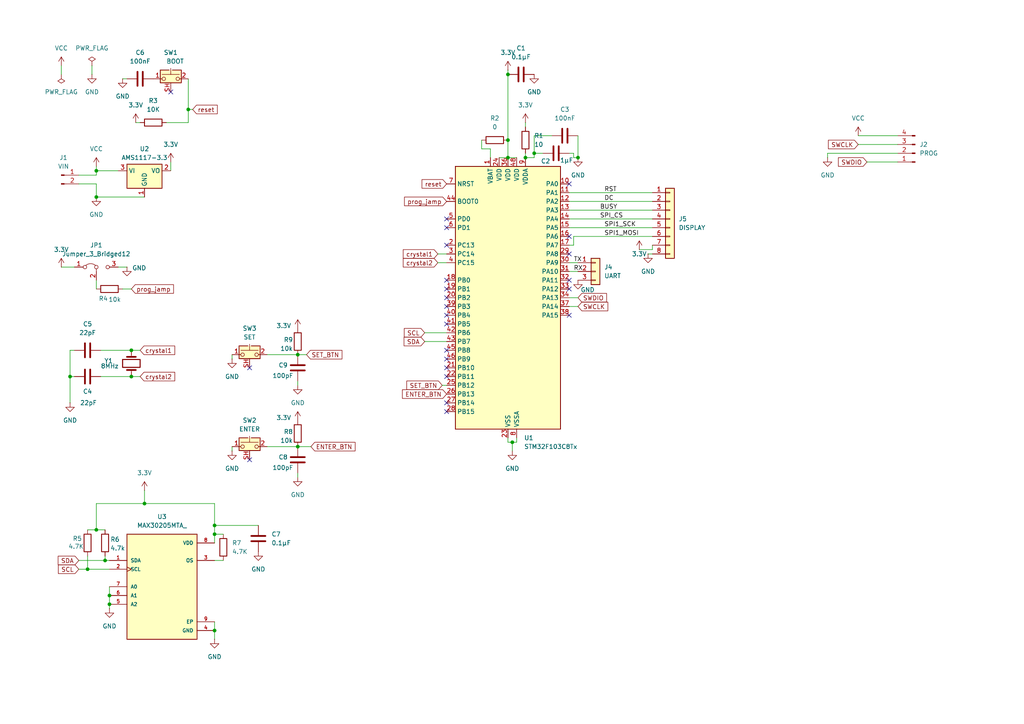
<source format=kicad_sch>
(kicad_sch (version 20250114) (generator "eeschema") (generator_version "9.0")
  (paper "A4")
  (lib_symbols
    (symbol "Conn_01x03_1" (pin_names (offset 1.016) (hide yes))
      (property "Reference" "J" (at 0 5.08 0))
      (property "Value" "Conn_01x03" (at 0 -5.08 0))
      (symbol "Conn_01x03_1_1_1"
        (rectangle (start -1.27 3.81) (end 1.27 -3.81) (stroke (width 0.254)) (fill (type background)))
        (rectangle (start -1.27 2.667) (end 0 2.413) (stroke (width 0.1524)))
        (rectangle (start -1.27 0.127) (end 0 -0.127) (stroke (width 0.1524)))
        (rectangle (start -1.27 -2.413) (end 0 -2.667) (stroke (width 0.1524)))
        (pin passive line (at -5.08 2.54 0) (length 3.81) (name "Pin_1") (number "1"))
        (pin passive line (at -5.08 0 0) (length 3.81) (name "Pin_2") (number "2"))
        (pin passive line (at -5.08 -2.54 0) (length 3.81) (name "Pin_3") (number "3"))
      )
    )
    (symbol "Conn_01x08_1" (pin_names (offset 1.016) (hide yes))
      (property "Reference" "J" (at 0 10.16 0))
      (property "Value" "Conn_01x08" (at 0 -12.7 0))
      (symbol "Conn_01x08_1_1_1"
        (rectangle (start -1.27 8.89) (end 1.27 -11.43) (stroke (width 0.254)) (fill (type background)))
        (rectangle (start -1.27 7.747) (end 0 7.493) (stroke (width 0.1524)))
        (rectangle (start -1.27 5.207) (end 0 4.953) (stroke (width 0.1524)))
        (rectangle (start -1.27 2.667) (end 0 2.413) (stroke (width 0.1524)))
        (rectangle (start -1.27 0.127) (end 0 -0.127) (stroke (width 0.1524)))
        (rectangle (start -1.27 -2.413) (end 0 -2.667) (stroke (width 0.1524)))
        (rectangle (start -1.27 -4.953) (end 0 -5.207) (stroke (width 0.1524)))
        (rectangle (start -1.27 -7.493) (end 0 -7.747) (stroke (width 0.1524)))
        (rectangle (start -1.27 -10.033) (end 0 -10.287) (stroke (width 0.1524)))
        (pin passive line (at -5.08 7.62 0) (length 3.81) (name "Pin_1") (number "1"))
        (pin passive line (at -5.08 5.08 0) (length 3.81) (name "Pin_2") (number "2"))
        (pin passive line (at -5.08 2.54 0) (length 3.81) (name "Pin_3") (number "3"))
        (pin passive line (at -5.08 0 0) (length 3.81) (name "Pin_4") (number "4"))
        (pin passive line (at -5.08 -2.54 0) (length 3.81) (name "Pin_5") (number "5"))
        (pin passive line (at -5.08 -5.08 0) (length 3.81) (name "Pin_6") (number "6"))
        (pin passive line (at -5.08 -7.62 0) (length 3.81) (name "Pin_7") (number "7"))
        (pin passive line (at -5.08 -10.16 0) (length 3.81) (name "Pin_8") (number "8"))
      )
    )
    (symbol "Connector:Conn_01x02_Pin" (pin_names (offset 1.016) (hide yes))
      (property "Reference" "J" (at 0 2.54 0))
      (property "Value" "Conn_01x02_Pin" (at 0 -5.08 0))
      (symbol "Conn_01x02_Pin_1_1"
        (rectangle (start 0.8636 0.127) (end 0 -0.127) (stroke (width 0.1524)) (fill (type outline)))
        (rectangle (start 0.8636 -2.413) (end 0 -2.667) (stroke (width 0.1524)) (fill (type outline)))
        (polyline (pts (xy 1.27 0) (xy 0.8636 0)) (stroke (width 0.1524)))
        (polyline (pts (xy 1.27 -2.54) (xy 0.8636 -2.54)) (stroke (width 0.1524)))
        (pin passive line (at 5.08 0 180) (length 3.81) (name "Pin_1") (number "1"))
        (pin passive line (at 5.08 -2.54 180) (length 3.81) (name "Pin_2") (number "2"))
      )
    )
    (symbol "Connector:Conn_01x04_Pin" (pin_names (offset 1.016) (hide yes))
      (property "Reference" "J" (at 0 5.08 0))
      (property "Value" "Conn_01x04_Pin" (at 0 -7.62 0))
      (symbol "Conn_01x04_Pin_1_1"
        (rectangle (start 0.8636 2.667) (end 0 2.413) (stroke (width 0.1524)) (fill (type outline)))
        (rectangle (start 0.8636 0.127) (end 0 -0.127) (stroke (width 0.1524)) (fill (type outline)))
        (rectangle (start 0.8636 -2.413) (end 0 -2.667) (stroke (width 0.1524)) (fill (type outline)))
        (rectangle (start 0.8636 -4.953) (end 0 -5.207) (stroke (width 0.1524)) (fill (type outline)))
        (polyline (pts (xy 1.27 2.54) (xy 0.8636 2.54)) (stroke (width 0.1524)))
        (polyline (pts (xy 1.27 0) (xy 0.8636 0)) (stroke (width 0.1524)))
        (polyline (pts (xy 1.27 -2.54) (xy 0.8636 -2.54)) (stroke (width 0.1524)))
        (polyline (pts (xy 1.27 -5.08) (xy 0.8636 -5.08)) (stroke (width 0.1524)))
        (pin passive line (at 5.08 2.54 180) (length 3.81) (name "Pin_1") (number "1"))
        (pin passive line (at 5.08 0 180) (length 3.81) (name "Pin_2") (number "2"))
        (pin passive line (at 5.08 -2.54 180) (length 3.81) (name "Pin_3") (number "3"))
        (pin passive line (at 5.08 -5.08 180) (length 3.81) (name "Pin_4") (number "4"))
      )
    )
    (symbol "Device:C" (pin_numbers (hide yes)) (pin_names (offset 0.254))
      (property "Reference" "C" (at 0.635 2.54 0))
      (property "Value" "C" (at 0.635 -2.54 0))
      (symbol "C_0_1"
        (polyline (pts (xy -2.032 0.762) (xy 2.032 0.762)) (stroke (width 0.508)))
        (polyline (pts (xy -2.032 -0.762) (xy 2.032 -0.762)) (stroke (width 0.508)))
      )
      (symbol "C_1_1"
        (pin passive line (at 0 3.81 270) (length 2.794) (name "~") (number "1"))
        (pin passive line (at 0 -3.81 90) (length 2.794) (name "~") (number "2"))
      )
    )
    (symbol "Device:Crystal" (pin_numbers (hide yes)) (pin_names (offset 1.016) (hide yes))
      (property "Reference" "Y" (at 0 3.81 0))
      (property "Value" "Crystal" (at 0 -3.81 0))
      (symbol "Crystal_0_1"
        (polyline (pts (xy -2.54 0) (xy -1.905 0)))
        (polyline (pts (xy -1.905 -1.27) (xy -1.905 1.27)) (stroke (width 0.508)))
        (rectangle (start -1.143 2.54) (end 1.143 -2.54) (stroke (width 0.3048)))
        (polyline (pts (xy 1.905 -1.27) (xy 1.905 1.27)) (stroke (width 0.508)))
        (polyline (pts (xy 2.54 0) (xy 1.905 0)))
      )
      (symbol "Crystal_1_1"
        (pin passive line (at -3.81 0 0) (length 1.27) (name "1") (number "1"))
        (pin passive line (at 3.81 0 180) (length 1.27) (name "2") (number "2"))
      )
    )
    (symbol "Device:R" (pin_numbers (hide yes)) (pin_names (offset 0))
      (property "Reference" "R" (at 2.032 0 90))
      (property "Value" "R" (at 0 0 90))
      (symbol "R_0_1"
        (rectangle (start -1.016 -2.54) (end 1.016 2.54) (stroke (width 0.254)))
      )
      (symbol "R_1_1"
        (pin passive line (at 0 3.81 270) (length 1.27) (name "~") (number "1"))
        (pin passive line (at 0 -3.81 90) (length 1.27) (name "~") (number "2"))
      )
    )
    (symbol "Jumper:Jumper_3_Bridged12" (pin_names (offset 0) (hide yes)) (in_bom no)
      (property "Reference" "JP" (at -2.54 -2.54 0))
      (property "Value" "Jumper_3_Bridged12" (at 0 2.794 0))
      (symbol "Jumper_3_Bridged12_0_0"
        (circle (center -3.302 0) (radius 0.508))
        (circle (center 0 0) (radius 0.508))
        (circle (center 3.302 0) (radius 0.508))
      )
      (symbol "Jumper_3_Bridged12_0_1"
        (arc (start -3.048 0.508) (mid -1.651 0.9912) (end -0.254 0.508))
        (polyline (pts (xy 0 -1.27) (xy 0 -0.508)))
      )
      (symbol "Jumper_3_Bridged12_1_1"
        (pin passive line (at -6.35 0 0) (length 2.54) (name "A") (number "1"))
        (pin passive line (at 0 -3.81 90) (length 2.54) (name "C") (number "2"))
        (pin passive line (at 6.35 0 180) (length 2.54) (name "B") (number "3"))
      )
    )
    (symbol "MAX30205MTA_:MAX30205MTA_" (pin_names (offset 1.016))
      (property "Reference" "U" (at -10.16 16.24 0))
      (property "Value" "MAX30205MTA_" (at -10.16 -19.24 0))
      (symbol "MAX30205MTA__0_0"
        (rectangle (start -10.16 -15.24) (end 10.16 15.24) (stroke (width 0.254)) (fill (type background)))
        (pin bidirectional line (at -15.24 7.62 0) (length 5.08) (name "SDA") (number "1"))
        (pin input clock (at -15.24 5.08 0) (length 5.08) (name "SCL") (number "2"))
        (pin input line (at -15.24 0 0) (length 5.08) (name "A0") (number "7"))
        (pin input line (at -15.24 -2.54 0) (length 5.08) (name "A1") (number "6"))
        (pin input line (at -15.24 -5.08 0) (length 5.08) (name "A2") (number "5"))
        (pin power_in line (at 15.24 12.7 180) (length 5.08) (name "VDD") (number "8"))
        (pin output line (at 15.24 7.62 180) (length 5.08) (name "OS") (number "3"))
        (pin power_in line (at 15.24 -10.16 180) (length 5.08) (name "EP") (number "9"))
        (pin power_in line (at 15.24 -12.7 180) (length 5.08) (name "GND") (number "4"))
      )
    )
    (symbol "MCU_ST_STM32F1:STM32F103C8Tx"
      (property "Reference" "U" (at -15.24 39.37 0))
      (property "Value" "STM32F103C8Tx" (at 7.62 39.37 0))
      (symbol "STM32F103C8Tx_0_1"
        (rectangle (start -15.24 -38.1) (end 15.24 38.1) (stroke (width 0.254)) (fill (type background)))
      )
      (symbol "STM32F103C8Tx_1_1"
        (pin input line (at -17.78 33.02 0) (length 2.54) (name "NRST") (number "7"))
        (pin input line (at -17.78 27.94 0) (length 2.54) (name "BOOT0") (number "44"))
        (pin bidirectional line (at -17.78 22.86 0) (length 2.54) (name "PD0") (number "5"))
        (pin bidirectional line (at -17.78 20.32 0) (length 2.54) (name "PD1") (number "6"))
        (pin bidirectional line (at -17.78 15.24 0) (length 2.54) (name "PC13") (number "2"))
        (pin bidirectional line (at -17.78 12.7 0) (length 2.54) (name "PC14") (number "3"))
        (pin bidirectional line (at -17.78 10.16 0) (length 2.54) (name "PC15") (number "4"))
        (pin bidirectional line (at -17.78 5.08 0) (length 2.54) (name "PB0") (number "18"))
        (pin bidirectional line (at -17.78 2.54 0) (length 2.54) (name "PB1") (number "19"))
        (pin bidirectional line (at -17.78 0 0) (length 2.54) (name "PB2") (number "20"))
        (pin bidirectional line (at -17.78 -2.54 0) (length 2.54) (name "PB3") (number "39"))
        (pin bidirectional line (at -17.78 -5.08 0) (length 2.54) (name "PB4") (number "40"))
        (pin bidirectional line (at -17.78 -7.62 0) (length 2.54) (name "PB5") (number "41"))
        (pin bidirectional line (at -17.78 -10.16 0) (length 2.54) (name "PB6") (number "42"))
        (pin bidirectional line (at -17.78 -12.7 0) (length 2.54) (name "PB7") (number "43"))
        (pin bidirectional line (at -17.78 -15.24 0) (length 2.54) (name "PB8") (number "45"))
        (pin bidirectional line (at -17.78 -17.78 0) (length 2.54) (name "PB9") (number "46"))
        (pin bidirectional line (at -17.78 -20.32 0) (length 2.54) (name "PB10") (number "21"))
        (pin bidirectional line (at -17.78 -22.86 0) (length 2.54) (name "PB11") (number "22"))
        (pin bidirectional line (at -17.78 -25.4 0) (length 2.54) (name "PB12") (number "25"))
        (pin bidirectional line (at -17.78 -27.94 0) (length 2.54) (name "PB13") (number "26"))
        (pin bidirectional line (at -17.78 -30.48 0) (length 2.54) (name "PB14") (number "27"))
        (pin bidirectional line (at -17.78 -33.02 0) (length 2.54) (name "PB15") (number "28"))
        (pin power_in line (at -5.08 40.64 270) (length 2.54) (name "VBAT") (number "1"))
        (pin power_in line (at -2.54 40.64 270) (length 2.54) (name "VDD") (number "24"))
        (pin power_in line (at 0 40.64 270) (length 2.54) (name "VDD") (number "36"))
        (pin power_in line (at 0 -40.64 90) (length 2.54) (name "VSS") (number "23"))
        (pin passive line (at 0 -40.64 90) (length 2.54) (hide yes) (name "VSS") (number "35"))
        (pin passive line (at 0 -40.64 90) (length 2.54) (hide yes) (name "VSS") (number "47"))
        (pin power_in line (at 2.54 40.64 270) (length 2.54) (name "VDD") (number "48"))
        (pin power_in line (at 2.54 -40.64 90) (length 2.54) (name "VSSA") (number "8"))
        (pin power_in line (at 5.08 40.64 270) (length 2.54) (name "VDDA") (number "9"))
        (pin bidirectional line (at 17.78 33.02 180) (length 2.54) (name "PA0") (number "10"))
        (pin bidirectional line (at 17.78 30.48 180) (length 2.54) (name "PA1") (number "11"))
        (pin bidirectional line (at 17.78 27.94 180) (length 2.54) (name "PA2") (number "12"))
        (pin bidirectional line (at 17.78 25.4 180) (length 2.54) (name "PA3") (number "13"))
        (pin bidirectional line (at 17.78 22.86 180) (length 2.54) (name "PA4") (number "14"))
        (pin bidirectional line (at 17.78 20.32 180) (length 2.54) (name "PA5") (number "15"))
        (pin bidirectional line (at 17.78 17.78 180) (length 2.54) (name "PA6") (number "16"))
        (pin bidirectional line (at 17.78 15.24 180) (length 2.54) (name "PA7") (number "17"))
        (pin bidirectional line (at 17.78 12.7 180) (length 2.54) (name "PA8") (number "29"))
        (pin bidirectional line (at 17.78 10.16 180) (length 2.54) (name "PA9") (number "30"))
        (pin bidirectional line (at 17.78 7.62 180) (length 2.54) (name "PA10") (number "31"))
        (pin bidirectional line (at 17.78 5.08 180) (length 2.54) (name "PA11") (number "32"))
        (pin bidirectional line (at 17.78 2.54 180) (length 2.54) (name "PA12") (number "33"))
        (pin bidirectional line (at 17.78 0 180) (length 2.54) (name "PA13") (number "34"))
        (pin bidirectional line (at 17.78 -2.54 180) (length 2.54) (name "PA14") (number "37"))
        (pin bidirectional line (at 17.78 -5.08 180) (length 2.54) (name "PA15") (number "38"))
      )
    )
    (symbol "Regulator_Linear:AMS1117-3.3"
      (property "Reference" "U" (at -3.81 3.175 0))
      (property "Value" "AMS1117-3.3" (at 0 3.175 0))
      (symbol "AMS1117-3.3_0_1"
        (rectangle (start -5.08 -5.08) (end 5.08 1.905) (stroke (width 0.254)) (fill (type background)))
      )
      (symbol "AMS1117-3.3_1_1"
        (pin power_in line (at -7.62 0 0) (length 2.54) (name "VI") (number "3"))
        (pin power_in line (at 0 -7.62 90) (length 2.54) (name "GND") (number "1"))
        (pin power_out line (at 7.62 0 180) (length 2.54) (name "VO") (number "2"))
      )
    )
    (symbol "Switch:CK_KMS2xxGP" (pin_names (offset 1.016) (hide yes))
      (property "Reference" "SW" (at 4.318 2.032 0))
      (property "Value" "CK_KMS2xxGP" (at 0 4.572 0))
      (symbol "CK_KMS2xxGP_0_1"
        (circle (center -2.032 0) (radius 0.508))
        (polyline (pts (xy 0 1.27) (xy 0 3.048)))
        (polyline (pts (xy 0.508 2.54) (xy 3.048 2.54) (xy 3.048 -1.143) (xy -3.048 -1.143) (xy -3.048 2.54) (xy -0.508 2.54)) (stroke (width -0.0254)))
        (polyline (pts (xy 0.508 2.54) (xy 3.048 2.54) (xy 3.048 -1.143) (xy -3.048 -1.143) (xy -3.048 2.54) (xy -0.508 2.54)) (stroke (width 0.254)))
        (circle (center 2.032 0) (radius 0.508))
        (polyline (pts (xy 2.54 1.27) (xy -2.54 1.27)))
        (pin passive line (at -5.08 0 0) (length 2.54) (name "1") (number "1"))
        (pin passive line (at 5.08 0 180) (length 2.54) (name "2") (number "2"))
      )
      (symbol "CK_KMS2xxGP_1_1"
        (rectangle (start -3.048 2.54) (end 3.048 -1.27) (stroke (width -0.0254)) (fill (type background)))
        (pin passive line (at 0 -3.81 90) (length 2.54) (name "B") (number "SH"))
      )
    )
    (symbol "power:GND" (power) (pin_numbers (hide yes)) (pin_names (offset 0) (hide yes))
      (property "Value" "GND" (at 0 -3.81 0))
      (symbol "GND_0_1"
        (polyline (pts (xy 0 0) (xy 0 -1.27) (xy 1.27 -1.27) (xy 0 -2.54) (xy -1.27 -1.27) (xy 0 -1.27)))
      )
      (symbol "GND_1_1"
        (pin power_in line (at 0 0 270) (length 0) (name "~") (number "1"))
      )
    )
    (symbol "power:PWR_FLAG" (power) (pin_numbers (hide yes)) (pin_names (offset 0) (hide yes))
      (property "Value" "PWR_FLAG" (at 0 3.81 0))
      (symbol "PWR_FLAG_0_0"
        (pin power_out line (at 0 0 90) (length 0) (name "~") (number "1"))
      )
      (symbol "PWR_FLAG_0_1"
        (polyline (pts (xy 0 0) (xy 0 1.27) (xy -1.016 1.905) (xy 0 2.54) (xy 1.016 1.905) (xy 0 1.27)))
      )
    )
    (symbol "power:VCC" (power) (pin_numbers (hide yes)) (pin_names (offset 0) (hide yes))
      (property "Value" "VCC" (at 0 3.556 0))
      (symbol "VCC_0_1"
        (polyline (pts (xy -0.762 1.27) (xy 0 2.54)))
        (polyline (pts (xy 0 2.54) (xy 0.762 1.27)))
        (polyline (pts (xy 0 0) (xy 0 2.54)))
      )
      (symbol "VCC_1_1"
        (pin power_in line (at 0 0 90) (length 0) (name "~") (number "1"))
      )
    )
  )
  (junction (at 62.23 152.4))
  (junction (at 20.32 109.22))
  (junction (at 86.36 129.54))
  (junction (at 62.23 182.88))
  (junction (at 147.32 21.59))
  (junction (at 167.64 45.72))
  (junction (at 31.75 175.26))
  (junction (at 27.94 153.67))
  (junction (at 86.36 102.87))
  (junction (at 62.23 154.94))
  (junction (at 148.59 128.27))
  (junction (at 54.61 31.75))
  (junction (at 38.1 101.6))
  (junction (at 38.1 109.22))
  (junction (at 147.32 40.64))
  (junction (at 41.91 146.05))
  (junction (at 31.75 172.72))
  (junction (at 27.94 49.53))
  (junction (at 30.48 162.56))
  (junction (at 27.94 57.15))
  (junction (at 152.4 45.72))
  (junction (at 154.94 44.45))
  (junction (at 25.4 165.1))
  (junction (at 147.32 45.72))
  (no_connect (at 165.1 68.58))
  (no_connect (at 129.54 91.44))
  (no_connect (at 129.54 109.22))
  (no_connect (at 129.54 86.36))
  (no_connect (at 165.1 91.44))
  (no_connect (at 129.54 83.82))
  (no_connect (at 129.54 88.9))
  (no_connect (at 129.54 81.28))
  (no_connect (at 129.54 71.12))
  (no_connect (at 165.1 81.28))
  (no_connect (at 129.54 104.14))
  (no_connect (at 72.39 106.68))
  (no_connect (at 129.54 119.38))
  (no_connect (at 129.54 66.04))
  (no_connect (at 129.54 101.6))
  (no_connect (at 129.54 93.98))
  (no_connect (at 165.1 53.34))
  (no_connect (at 129.54 116.84))
  (no_connect (at 49.53 26.67))
  (no_connect (at 129.54 106.68))
  (no_connect (at 165.1 73.66))
  (no_connect (at 165.1 83.82))
  (no_connect (at 72.39 133.35))
  (no_connect (at 129.54 63.5))
  (wire (pts (xy 49.53 46.99) (xy 49.53 49.53)))
  (wire (pts (xy 62.23 154.94) (xy 64.77 154.94)))
  (wire (pts (xy 165.1 58.42) (xy 189.23 58.42)))
  (wire (pts (xy 62.23 157.48) (xy 62.23 154.94)))
  (wire (pts (xy 144.78 45.72) (xy 147.32 45.72)))
  (wire (pts (xy 147.32 20.32) (xy 147.32 21.59)))
  (wire (pts (xy 248.92 41.91) (xy 260.35 41.91)))
  (wire (pts (xy 147.32 21.59) (xy 147.32 40.64)))
  (wire (pts (xy 123.19 99.06) (xy 129.54 99.06)))
  (wire (pts (xy 187.96 73.66) (xy 189.23 73.66)))
  (wire (pts (xy 31.75 170.18) (xy 31.75 172.72)))
  (wire (pts (xy 55.88 31.75) (xy 54.61 31.75)))
  (wire (pts (xy 41.91 146.05) (xy 27.94 146.05)))
  (wire (pts (xy 54.61 22.86) (xy 54.61 31.75)))
  (wire (pts (xy 54.61 31.75) (xy 54.61 35.56)))
  (wire (pts (xy 165.1 76.2) (xy 167.64 76.2)))
  (wire (pts (xy 62.23 152.4) (xy 74.93 152.4)))
  (wire (pts (xy 165.1 63.5) (xy 189.23 63.5)))
  (wire (pts (xy 167.64 39.37) (xy 167.64 45.72)))
  (wire (pts (xy 38.1 109.22) (xy 40.64 109.22)))
  (wire (pts (xy 77.47 102.87) (xy 86.36 102.87)))
  (wire (pts (xy 29.21 109.22) (xy 38.1 109.22)))
  (wire (pts (xy 167.64 78.74) (xy 165.1 78.74)))
  (wire (pts (xy 17.78 21.59) (xy 17.78 19.05)))
  (wire (pts (xy 27.94 153.67) (xy 30.48 153.67)))
  (wire (pts (xy 31.75 172.72) (xy 31.75 175.26)))
  (wire (pts (xy 147.32 45.72) (xy 149.86 45.72)))
  (wire (pts (xy 38.1 83.82) (xy 35.56 83.82)))
  (wire (pts (xy 166.37 71.12) (xy 165.1 71.12)))
  (wire (pts (xy 86.36 138.43) (xy 86.36 137.16)))
  (wire (pts (xy 77.47 129.54) (xy 86.36 129.54)))
  (wire (pts (xy 166.37 44.45) (xy 165.1 44.45)))
  (wire (pts (xy 40.64 101.6) (xy 38.1 101.6)))
  (wire (pts (xy 25.4 161.29) (xy 25.4 165.1)))
  (wire (pts (xy 152.4 44.45) (xy 152.4 45.72)))
  (wire (pts (xy 30.48 162.56) (xy 31.75 162.56)))
  (wire (pts (xy 41.91 142.24) (xy 41.91 146.05)))
  (wire (pts (xy 22.86 53.34) (xy 27.94 53.34)))
  (wire (pts (xy 25.4 153.67) (xy 27.94 153.67)))
  (wire (pts (xy 48.26 35.56) (xy 54.61 35.56)))
  (wire (pts (xy 62.23 180.34) (xy 62.23 182.88)))
  (wire (pts (xy 27.94 50.8) (xy 22.86 50.8)))
  (wire (pts (xy 166.37 44.45) (xy 166.37 45.72)))
  (wire (pts (xy 142.24 43.18) (xy 139.7 43.18)))
  (wire (pts (xy 127 76.2) (xy 129.54 76.2)))
  (wire (pts (xy 185.42 72.39) (xy 189.23 72.39)))
  (wire (pts (xy 27.94 48.26) (xy 27.94 49.53)))
  (wire (pts (xy 20.32 101.6) (xy 20.32 109.22)))
  (wire (pts (xy 128.27 111.76) (xy 129.54 111.76)))
  (wire (pts (xy 41.91 57.15) (xy 27.94 57.15)))
  (wire (pts (xy 251.46 46.99) (xy 260.35 46.99)))
  (wire (pts (xy 157.48 44.45) (xy 154.94 44.45)))
  (wire (pts (xy 147.32 128.27) (xy 147.32 127)))
  (wire (pts (xy 36.83 77.47) (xy 34.29 77.47)))
  (wire (pts (xy 165.1 55.88) (xy 189.23 55.88)))
  (wire (pts (xy 166.37 68.58) (xy 166.37 71.12)))
  (wire (pts (xy 167.64 86.36) (xy 165.1 86.36)))
  (wire (pts (xy 127 73.66) (xy 129.54 73.66)))
  (wire (pts (xy 160.02 39.37) (xy 154.94 39.37)))
  (wire (pts (xy 17.78 77.47) (xy 21.59 77.47)))
  (wire (pts (xy 20.32 116.84) (xy 20.32 109.22)))
  (wire (pts (xy 86.36 111.76) (xy 86.36 110.49)))
  (wire (pts (xy 22.86 165.1) (xy 25.4 165.1)))
  (wire (pts (xy 139.7 43.18) (xy 139.7 40.64)))
  (wire (pts (xy 123.19 96.52) (xy 129.54 96.52)))
  (wire (pts (xy 27.94 146.05) (xy 27.94 153.67)))
  (wire (pts (xy 149.86 128.27) (xy 149.86 127)))
  (wire (pts (xy 21.59 101.6) (xy 20.32 101.6)))
  (wire (pts (xy 27.94 83.82) (xy 27.94 81.28)))
  (wire (pts (xy 248.92 39.37) (xy 260.35 39.37)))
  (wire (pts (xy 148.59 128.27) (xy 147.32 128.27)))
  (wire (pts (xy 25.4 165.1) (xy 31.75 165.1)))
  (wire (pts (xy 67.31 130.81) (xy 67.31 129.54)))
  (wire (pts (xy 240.03 45.72) (xy 240.03 44.45)))
  (wire (pts (xy 165.1 66.04) (xy 189.23 66.04)))
  (wire (pts (xy 166.37 45.72) (xy 167.64 45.72)))
  (wire (pts (xy 22.86 162.56) (xy 30.48 162.56)))
  (wire (pts (xy 62.23 152.4) (xy 62.23 146.05)))
  (wire (pts (xy 142.24 45.72) (xy 142.24 43.18)))
  (wire (pts (xy 148.59 128.27) (xy 149.86 128.27)))
  (wire (pts (xy 152.4 35.56) (xy 152.4 36.83)))
  (wire (pts (xy 27.94 49.53) (xy 27.94 50.8)))
  (wire (pts (xy 64.77 162.56) (xy 62.23 162.56)))
  (wire (pts (xy 154.94 45.72) (xy 152.4 45.72)))
  (wire (pts (xy 62.23 146.05) (xy 41.91 146.05)))
  (wire (pts (xy 29.21 101.6) (xy 38.1 101.6)))
  (wire (pts (xy 31.75 176.53) (xy 31.75 175.26)))
  (wire (pts (xy 189.23 72.39) (xy 189.23 71.12)))
  (wire (pts (xy 154.94 39.37) (xy 154.94 44.45)))
  (wire (pts (xy 167.64 88.9) (xy 165.1 88.9)))
  (wire (pts (xy 166.37 68.58) (xy 189.23 68.58)))
  (wire (pts (xy 27.94 53.34) (xy 27.94 57.15)))
  (wire (pts (xy 62.23 154.94) (xy 62.23 152.4)))
  (wire (pts (xy 35.56 22.86) (xy 36.83 22.86)))
  (wire (pts (xy 88.9 102.87) (xy 86.36 102.87)))
  (wire (pts (xy 240.03 44.45) (xy 260.35 44.45)))
  (wire (pts (xy 165.1 60.96) (xy 189.23 60.96)))
  (wire (pts (xy 27.94 49.53) (xy 34.29 49.53)))
  (wire (pts (xy 20.32 109.22) (xy 21.59 109.22)))
  (wire (pts (xy 30.48 161.29) (xy 30.48 162.56)))
  (wire (pts (xy 67.31 104.14) (xy 67.31 102.87)))
  (wire (pts (xy 39.37 35.56) (xy 40.64 35.56)))
  (wire (pts (xy 148.59 130.81) (xy 148.59 128.27)))
  (wire (pts (xy 90.17 129.54) (xy 86.36 129.54)))
  (wire (pts (xy 62.23 185.42) (xy 62.23 182.88)))
  (wire (pts (xy 147.32 40.64) (xy 147.32 45.72)))
  (wire (pts (xy 154.94 44.45) (xy 154.94 45.72)))
  (wire (pts (xy 26.67 21.59) (xy 26.67 19.05)))
  (label "TX" (at 166.37 76.2 0))
  (label "DC" (at 175.26 58.42 0))
  (label "RX" (at 166.37 78.74 0))
  (label "SPI1_SCK" (at 175.26 66.04 0))
  (label "BUSY" (at 173.99 60.96 0))
  (label "SPI_CS" (at 173.99 63.5 0))
  (label "SPI1_MOSI" (at 175.26 68.58 0))
  (label "RST" (at 175.26 55.88 0))
  (global_label "SDA" (shape input) (at 123.19 99.06 180) (property "Intersheetrefs" "${INTERSHEET_REFS}" (effects (hide yes))))
  (global_label "reset" (shape input) (at 55.88 31.75 0) (property "Intersheetrefs" "${INTERSHEET_REFS}" (effects (hide yes))))
  (global_label "SCL" (shape input) (at 123.19 96.52 180) (property "Intersheetrefs" "${INTERSHEET_REFS}" (effects (hide yes))))
  (global_label "reset" (shape input) (at 129.54 53.34 180) (property "Intersheetrefs" "${INTERSHEET_REFS}" (effects (hide yes))))
  (global_label "ENTER_BTN" (shape input) (at 129.54 114.3 180) (property "Intersheetrefs" "${INTERSHEET_REFS}" (effects (hide yes))))
  (global_label "SWDIO" (shape input) (at 167.64 86.36 0) (property "Intersheetrefs" "${INTERSHEET_REFS}" (effects (hide yes))))
  (global_label "SWCLK" (shape input) (at 167.64 88.9 0) (property "Intersheetrefs" "${INTERSHEET_REFS}" (effects (hide yes))))
  (global_label "SWCLK" (shape input) (at 248.92 41.91 180) (property "Intersheetrefs" "${INTERSHEET_REFS}" (effects (hide yes))))
  (global_label "prog_jamp" (shape input) (at 38.1 83.82 0) (property "Intersheetrefs" "${INTERSHEET_REFS}" (effects (hide yes))))
  (global_label "crystal2" (shape input) (at 127 76.2 180) (property "Intersheetrefs" "${INTERSHEET_REFS}" (effects (hide yes))))
  (global_label "prog_jamp" (shape input) (at 129.54 58.42 180) (property "Intersheetrefs" "${INTERSHEET_REFS}" (effects (hide yes))))
  (global_label "ENTER_BTN" (shape input) (at 90.17 129.54 0) (property "Intersheetrefs" "${INTERSHEET_REFS}" (effects (hide yes))))
  (global_label "crystal1" (shape input) (at 127 73.66 180) (property "Intersheetrefs" "${INTERSHEET_REFS}" (effects (hide yes))))
  (global_label "SET_BTN" (shape input) (at 88.9 102.87 0) (property "Intersheetrefs" "${INTERSHEET_REFS}" (effects (hide yes))))
  (global_label "SDA" (shape input) (at 22.86 162.56 180) (property "Intersheetrefs" "${INTERSHEET_REFS}" (effects (hide yes))))
  (global_label "SET_BTN" (shape input) (at 128.27 111.76 180) (property "Intersheetrefs" "${INTERSHEET_REFS}" (effects (hide yes))))
  (global_label "SWDIO" (shape input) (at 251.46 46.99 180) (property "Intersheetrefs" "${INTERSHEET_REFS}" (effects (hide yes))))
  (global_label "SCL" (shape input) (at 22.86 165.1 180) (property "Intersheetrefs" "${INTERSHEET_REFS}" (effects (hide yes))))
  (global_label "crystal1" (shape input) (at 40.64 101.6 0) (property "Intersheetrefs" "${INTERSHEET_REFS}" (effects (hide yes))))
  (global_label "crystal2" (shape input) (at 40.64 109.22 0) (property "Intersheetrefs" "${INTERSHEET_REFS}" (effects (hide yes))))
  (symbol (lib_id "Device:Crystal") (at 38.1 105.41 270) (unit 1)
    (property "Reference" "Y1" (at 30.226 104.648 90) (effects (justify left)))
    (property "Value" "8MHz" (at 29.21 106.172 90) (effects (justify left)))
    (property "Footprint" "Crystal:Crystal_DS10_D1.0mm_L4.3mm_Vertical" (effects (hide yes)))
    (property "Description" "Two pin crystal" (effects (hide yes)))
  )
  (symbol (lib_id "power:GND") (at 187.96 73.66 0) (unit 1)
    (property "Reference" "#PWR019" (effects (hide yes)))
    (property "Value" "GND" (at 187.96 78.74 0))
    (property "Description" "Power symbol creates a global label with name \"GND\" , ground" (effects (hide yes)))
  )
  (symbol (lib_id "power:GND") (at 86.36 138.43 0) (unit 1)
    (property "Reference" "#PWR031" (effects (hide yes)))
    (property "Value" "GND" (at 86.36 143.51 0))
    (property "Description" "Power symbol creates a global label with name \"GND\" , ground" (effects (hide yes)))
  )
  (symbol (lib_id "Device:C") (at 86.36 133.35 0) (unit 1)
    (property "Reference" "C8" (at 80.772 132.588 0) (effects (justify left)))
    (property "Value" "100pF" (at 78.994 135.636 0) (effects (justify left)))
    (property "Footprint" "Inductor_SMD:L_1206_3216Metric_Pad1.22x1.90mm_HandSolder" (effects (hide yes)))
    (property "Description" "Unpolarized capacitor" (effects (hide yes)))
  )
  (symbol (lib_id "power:VCC") (at 248.92 39.37 0) (unit 1)
    (property "Reference" "#PWR017" (effects (hide yes)))
    (property "Value" "VCC" (at 248.92 34.29 0))
    (property "Description" "Power symbol creates a global label with name \"VCC\"" (effects (hide yes)))
  )
  (symbol (lib_id "Switch:CK_KMS2xxGP") (at 49.53 22.86 0) (unit 1)
    (property "Reference" "SW1" (at 49.53 15.24 0))
    (property "Value" "BOOT" (at 50.8 17.78 0))
    (property "Footprint" "Button_Switch_SMD:SW_SPST_PTS647_Sx70" (effects (hide yes)))
    (property "Datasheet" "https://www.ckswitches.com/media/1482/kms.pdf" (effects (hide yes)))
    (property "Description" "Microminiature SMT Side Actuated, 4.2 x 2.8 x 1.42mm, with pegs, with shield pin" (effects (hide yes)))
  )
  (symbol (lib_id "Device:R") (at 152.4 40.64 0) (unit 1)
    (property "Reference" "R1" (at 154.94 39.3699 0) (effects (justify left)))
    (property "Value" "10" (at 154.94 41.9099 0) (effects (justify left)))
    (property "Footprint" "Inductor_SMD:L_1206_3216Metric_Pad1.22x1.90mm_HandSolder" (effects (hide yes)))
    (property "Description" "Resistor" (effects (hide yes)))
  )
  (symbol (lib_id "Device:R") (at 44.45 35.56 90) (unit 1)
    (property "Reference" "R3" (at 44.45 29.21 90))
    (property "Value" "10K" (at 44.45 31.75 90))
    (property "Footprint" "Inductor_SMD:L_1206_3216Metric_Pad1.22x1.90mm_HandSolder" (effects (hide yes)))
    (property "Description" "Resistor" (effects (hide yes)))
  )
  (symbol (lib_id "Device:R") (at 86.36 125.73 0) (unit 1)
    (property "Reference" "R8" (at 82.296 125.222 0) (effects (justify left)))
    (property "Value" "10k" (at 81.28 127.762 0) (effects (justify left)))
    (property "Footprint" "Inductor_SMD:L_1206_3216Metric_Pad1.22x1.90mm_HandSolder" (effects (hide yes)))
    (property "Description" "Resistor" (effects (hide yes)))
  )
  (symbol (lib_id "power:GND") (at 35.56 22.86 0) (unit 1)
    (property "Reference" "#PWR014" (effects (hide yes)))
    (property "Value" "GND" (at 35.56 27.94 0))
    (property "Description" "Power symbol creates a global label with name \"GND\" , ground" (effects (hide yes)))
  )
  (symbol (lib_id "Device:C") (at 40.64 22.86 90) (unit 1)
    (property "Reference" "C6" (at 40.64 15.24 90))
    (property "Value" "100nF" (at 40.64 17.78 90))
    (property "Footprint" "Capacitor_SMD:C_1206_3216Metric_Pad1.33x1.80mm_HandSolder" (effects (hide yes)))
    (property "Description" "Unpolarized capacitor" (effects (hide yes)))
  )
  (symbol (lib_id "Device:C") (at 25.4 101.6 90) (unit 1)
    (property "Reference" "C5" (at 25.4 93.98 90))
    (property "Value" "22pF" (at 25.4 96.52 90))
    (property "Footprint" "Inductor_SMD:L_1206_3216Metric_Pad1.22x1.90mm_HandSolder" (effects (hide yes)))
    (property "Description" "Unpolarized capacitor" (effects (hide yes)))
  )
  (symbol (lib_id "power:VCC") (at 147.32 20.32 0) (unit 1)
    (property "Reference" "#PWR05" (effects (hide yes)))
    (property "Value" "3.3V" (at 147.32 15.24 0))
    (property "Description" "Power symbol creates a global label with name \"VCC\"" (effects (hide yes)))
  )
  (symbol (lib_id "power:VCC") (at 86.36 95.25 0) (unit 1)
    (property "Reference" "#PWR028" (effects (hide yes)))
    (property "Value" "3.3V" (at 82.296 94.488 0))
    (property "Description" "Power symbol creates a global label with name \"VCC\"" (effects (hide yes)))
  )
  (symbol (lib_id "power:GND") (at 62.23 185.42 0) (unit 1)
    (property "Reference" "#PWR025" (effects (hide yes)))
    (property "Value" "GND" (at 62.23 190.5 0))
    (property "Description" "Power symbol creates a global label with name \"GND\" , ground" (effects (hide yes)))
  )
  (symbol (lib_id "Device:R") (at 31.75 83.82 90) (unit 1)
    (property "Reference" "R4" (at 29.972 86.614 90))
    (property "Value" "10k" (at 33.274 86.868 90))
    (property "Footprint" "Inductor_SMD:L_1206_3216Metric_Pad1.22x1.90mm_HandSolder" (effects (hide yes)))
    (property "Description" "Resistor" (effects (hide yes)))
  )
  (symbol (lib_id "power:GND") (at 67.31 104.14 0) (unit 1)
    (property "Reference" "#PWR027" (effects (hide yes)))
    (property "Value" "GND" (at 67.31 109.22 0))
    (property "Description" "Power symbol creates a global label with name \"GND\" , ground" (effects (hide yes)))
  )
  (symbol (lib_id "power:GND") (at 27.94 57.15 0) (unit 1)
    (property "Reference" "#PWR01" (effects (hide yes)))
    (property "Value" "GND" (at 27.94 62.23 0))
    (property "Description" "Power symbol creates a global label with name \"GND\" , ground" (effects (hide yes)))
  )
  (symbol (lib_id "Device:R") (at 30.48 157.48 0) (unit 1)
    (property "Reference" "R6" (at 32.004 156.464 0) (effects (justify left)))
    (property "Value" "4.7k" (at 32.004 159.004 0) (effects (justify left)))
    (property "Footprint" "Inductor_SMD:L_1206_3216Metric_Pad1.22x1.90mm_HandSolder" (effects (hide yes)))
    (property "Description" "Resistor" (effects (hide yes)))
  )
  (symbol (lib_id "MCU_ST_STM32F1:STM32F103C8Tx") (at 147.32 86.36 0) (unit 1)
    (property "Reference" "U1" (at 152.0033 127 0) (effects (justify left)))
    (property "Value" "STM32F103C8Tx" (at 152.0033 129.54 0) (effects (justify left)))
    (property "Footprint" "Package_QFP:LQFP-48_7x7mm_P0.5mm" (effects (hide yes)))
    (property "Datasheet" "https://www.st.com/resource/en/datasheet/stm32f103c8.pdf" (effects (hide yes)))
    (property "Description" "STMicroelectronics Arm Cortex-M3 MCU, 64KB flash, 20KB RAM, 72 MHz, 2.0-3.6V, 37 GPIO, LQFP48" (effects (hide yes)))
  )
  (symbol (lib_id "Device:C") (at 151.13 21.59 90) (unit 1)
    (property "Reference" "C1" (at 151.13 13.97 90))
    (property "Value" "0.1µF" (at 151.13 16.51 90))
    (property "Footprint" "Inductor_SMD:L_1206_3216Metric_Pad1.22x1.90mm_HandSolder" (effects (hide yes)))
    (property "Description" "Unpolarized capacitor" (effects (hide yes)))
  )
  (symbol (lib_id "power:VCC") (at 17.78 77.47 0) (unit 1)
    (property "Reference" "#PWR015" (effects (hide yes)))
    (property "Value" "3.3V" (at 17.78 72.39 0))
    (property "Description" "Power symbol creates a global label with name \"VCC\"" (effects (hide yes)))
  )
  (symbol (lib_id "power:VCC") (at 49.53 46.99 0) (unit 1)
    (property "Reference" "#PWR07" (effects (hide yes)))
    (property "Value" "3.3V" (at 49.53 41.91 0))
    (property "Description" "Power symbol creates a global label with name \"VCC\"" (effects (hide yes)))
  )
  (symbol (lib_id "Device:R") (at 86.36 99.06 0) (unit 1)
    (property "Reference" "R9" (at 82.296 98.552 0) (effects (justify left)))
    (property "Value" "10k" (at 81.28 101.092 0) (effects (justify left)))
    (property "Footprint" "Inductor_SMD:L_1206_3216Metric_Pad1.22x1.90mm_HandSolder" (effects (hide yes)))
    (property "Description" "Resistor" (effects (hide yes)))
  )
  (symbol (lib_id "MAX30205MTA_:MAX30205MTA_") (at 46.99 170.18 0) (unit 1)
    (property "Reference" "U3" (at 46.99 149.86 0))
    (property "Value" "MAX30205MTA_" (at 46.99 152.4 0))
    (property "Footprint" "MAX30205MTA_:SON65P300X300X80-9N" (effects (hide yes)))
    (property "MF" "Analog Devices" (effects (hide yes)))
    (property "DESCRIPTION" "0.1oc Accuracy Temp Sensor" (effects (hide yes)))
    (property "PACKAGE" "TDFN-EP-8 Maxim" (effects (hide yes)))
    (property "PRICE" "None" (effects (hide yes)))
    (property "Package" "TDFN-EP-8 Maxim" (effects (hide yes)))
    (property "Check_prices" "https://www.snapeda.com/parts/MAX30205MTA+/Analog+Devices/view-part/?ref=eda" (effects (hide yes)))
    (property "Price" "None" (effects (hide yes)))
    (property "SnapEDA_Link" "https://www.snapeda.com/parts/MAX30205MTA+/Analog+Devices/view-part/?ref=snap" (effects (hide yes)))
    (property "MP" "MAX30205MTA+" (effects (hide yes)))
    (property "Availability" "In Stock" (effects (hide yes)))
    (property "AVAILABILITY" "Unavailable" (effects (hide yes)))
    (property "Description_1" "Human Body Temperature Sensor" (effects (hide yes)))
  )
  (symbol (lib_id "power:VCC") (at 86.36 121.92 0) (unit 1)
    (property "Reference" "#PWR030" (effects (hide yes)))
    (property "Value" "3.3V" (at 82.296 121.158 0))
    (property "Description" "Power symbol creates a global label with name \"VCC\"" (effects (hide yes)))
  )
  (symbol (lib_id "Connector:Conn_01x02_Pin") (at 17.78 50.8 0) (unit 1)
    (property "Reference" "J1" (at 18.415 45.72 0))
    (property "Value" "VIN" (at 18.415 48.26 0))
    (property "Footprint" "Connector:JWT_A3963_1x02_P3.96mm_Vertical" (effects (hide yes)))
    (property "Description" "Generic connector, single row, 01x02, script generated" (effects (hide yes)))
  )
  (symbol (lib_id "power:GND") (at 36.83 77.47 0) (unit 1)
    (property "Reference" "#PWR016" (effects (hide yes)))
    (property "Value" "GND" (at 40.386 77.724 0))
    (property "Description" "Power symbol creates a global label with name \"GND\" , ground" (effects (hide yes)))
  )
  (symbol (lib_id "Connector:Conn_01x04_Pin") (at 265.43 44.45 180) (unit 1)
    (property "Reference" "J2" (at 266.7 41.9099 0) (effects (justify right)))
    (property "Value" "PROG" (at 266.7 44.4499 0) (effects (justify right)))
    (property "Description" "Generic connector, single row, 01x04, script generated" (effects (hide yes)))
  )
  (symbol (lib_id "power:VCC") (at 41.91 142.24 0) (unit 1)
    (property "Reference" "#PWR022" (effects (hide yes)))
    (property "Value" "3.3V" (at 41.91 137.16 0))
    (property "Description" "Power symbol creates a global label with name \"VCC\"" (effects (hide yes)))
  )
  (symbol (lib_id "Regulator_Linear:AMS1117-3.3") (at 41.91 49.53 0) (unit 1)
    (property "Reference" "U2" (at 41.91 43.18 0))
    (property "Value" "AMS1117-3.3" (at 41.91 45.72 0))
    (property "Footprint" "Package_TO_SOT_SMD:SOT-323_SC-70" (effects (hide yes)))
    (property "Datasheet" "http://www.advanced-monolithic.com/pdf/ds1117.pdf" (effects (hide yes)))
    (property "Description" "1A Low Dropout regulator, positive, 3.3V fixed output, SOT-223" (effects (hide yes)))
  )
  (symbol (lib_id "power:GND") (at 167.64 45.72 0) (unit 1)
    (property "Reference" "#PWR09" (effects (hide yes)))
    (property "Value" "GND" (at 167.64 50.8 0))
    (property "Description" "Power symbol creates a global label with name \"GND\" , ground" (effects (hide yes)))
  )
  (symbol (lib_id "power:VCC") (at 17.78 19.05 0) (unit 1)
    (property "Reference" "#PWR03" (effects (hide yes)))
    (property "Value" "VCC" (at 17.78 13.97 0))
    (property "Description" "Power symbol creates a global label with name \"VCC\"" (effects (hide yes)))
  )
  (symbol (lib_id "Device:C") (at 161.29 44.45 90) (unit 1)
    (property "Reference" "C2" (at 158.242 46.736 90))
    (property "Value" "1µF" (at 164.338 46.482 90))
    (property "Footprint" "Inductor_SMD:L_1206_3216Metric_Pad1.22x1.90mm_HandSolder" (effects (hide yes)))
    (property "Description" "Unpolarized capacitor" (effects (hide yes)))
  )
  (symbol (lib_id "Device:C") (at 163.83 39.37 90) (unit 1)
    (property "Reference" "C3" (at 163.83 31.75 90))
    (property "Value" "100nF" (at 163.83 34.29 90))
    (property "Footprint" "Inductor_SMD:L_1206_3216Metric_Pad1.22x1.90mm_HandSolder" (effects (hide yes)))
    (property "Description" "Unpolarized capacitor" (effects (hide yes)))
  )
  (symbol (lib_id "power:PWR_FLAG") (at 26.67 19.05 0) (unit 1)
    (property "Reference" "#FLG01" (effects (hide yes)))
    (property "Value" "PWR_FLAG" (at 26.67 13.97 0))
    (property "Description" "Special symbol for telling ERC where power comes from" (effects (hide yes)))
  )
  (symbol (lib_id "Device:C") (at 25.4 109.22 90) (unit 1)
    (property "Reference" "C4" (at 25.4 113.538 90))
    (property "Value" "22pF" (at 25.654 116.84 90))
    (property "Footprint" "Inductor_SMD:L_1206_3216Metric_Pad1.22x1.90mm_HandSolder" (effects (hide yes)))
    (property "Description" "Unpolarized capacitor" (effects (hide yes)))
  )
  (symbol (lib_id "Device:R") (at 143.51 40.64 90) (unit 1)
    (property "Reference" "R2" (at 143.51 34.29 90))
    (property "Value" "0" (at 143.51 36.83 90))
    (property "Footprint" "Inductor_SMD:L_1206_3216Metric_Pad1.22x1.90mm_HandSolder" (effects (hide yes)))
    (property "Description" "Resistor" (effects (hide yes)))
  )
  (symbol (lib_id "power:GND") (at 167.64 81.28 0) (unit 1)
    (property "Reference" "#PWR021" (effects (hide yes)))
    (property "Value" "GND" (at 170.434 84.074 0))
    (property "Description" "Power symbol creates a global label with name \"GND\" , ground" (effects (hide yes)))
  )
  (symbol (lib_id "power:GND") (at 31.75 176.53 0) (unit 1)
    (property "Reference" "#PWR024" (effects (hide yes)))
    (property "Value" "GND" (at 31.75 181.61 0))
    (property "Description" "Power symbol creates a global label with name \"GND\" , ground" (effects (hide yes)))
  )
  (symbol (lib_id "power:VCC") (at 152.4 35.56 0) (unit 1)
    (property "Reference" "#PWR08" (effects (hide yes)))
    (property "Value" "3.3V" (at 152.4 30.48 0))
    (property "Description" "Power symbol creates a global label with name \"VCC\"" (effects (hide yes)))
  )
  (symbol (lib_id "Switch:CK_KMS2xxGP") (at 72.39 129.54 0) (unit 1)
    (property "Reference" "SW2" (at 72.39 121.92 0))
    (property "Value" "ENTER" (at 72.39 124.46 0))
    (property "Footprint" "Button_Switch_SMD:SW_SPST_PTS647_Sx70" (effects (hide yes)))
    (property "Datasheet" "https://www.ckswitches.com/media/1482/kms.pdf" (effects (hide yes)))
    (property "Description" "Microminiature SMT Side Actuated, 4.2 x 2.8 x 1.42mm, with pegs, with shield pin" (effects (hide yes)))
  )
  (symbol (lib_id "power:VCC") (at 39.37 35.56 0) (unit 1)
    (property "Reference" "#PWR013" (effects (hide yes)))
    (property "Value" "3.3V" (at 39.37 30.48 0))
    (property "Description" "Power symbol creates a global label with name \"VCC\"" (effects (hide yes)))
  )
  (symbol (lib_id "power:GND") (at 240.03 45.72 0) (unit 1)
    (property "Reference" "#PWR018" (effects (hide yes)))
    (property "Value" "GND" (at 240.03 50.8 0))
    (property "Description" "Power symbol creates a global label with name \"GND\" , ground" (effects (hide yes)))
  )
  (symbol (lib_id "Device:R") (at 64.77 158.75 0) (unit 1)
    (property "Reference" "R7" (at 67.31 157.4799 0) (effects (justify left)))
    (property "Value" "4.7K" (at 67.31 160.0199 0) (effects (justify left)))
    (property "Footprint" "Inductor_SMD:L_1206_3216Metric_Pad1.22x1.90mm_HandSolder" (effects (hide yes)))
    (property "Description" "Resistor" (effects (hide yes)))
  )
  (symbol (lib_name "Conn_01x03_1") (lib_id "Connector_Generic:Conn_01x03") (at 172.72 78.74 0) (unit 1)
    (property "Reference" "J4" (at 175.26 77.4699 0) (effects (justify left)))
    (property "Value" "UART" (at 175.26 80.0099 0) (effects (justify left)))
    (property "Footprint" "Connector:FanPinHeader_1x03_P2.54mm_Vertical" (effects (hide yes)))
    (property "Description" "Generic connector, single row, 01x03, script generated (kicad-library-utils/schlib/autogen/connector/)" (effects (hide yes)))
  )
  (symbol (lib_id "power:VCC") (at 27.94 48.26 0) (unit 1)
    (property "Reference" "#PWR02" (effects (hide yes)))
    (property "Value" "VCC" (at 27.94 43.18 0))
    (property "Description" "Power symbol creates a global label with name \"VCC\"" (effects (hide yes)))
  )
  (symbol (lib_id "Device:C") (at 74.93 156.21 0) (unit 1)
    (property "Reference" "C7" (at 78.74 154.9399 0) (effects (justify left)))
    (property "Value" "0.1µF" (at 78.74 157.4799 0) (effects (justify left)))
    (property "Footprint" "Inductor_SMD:L_1206_3216Metric_Pad1.22x1.90mm_HandSolder" (effects (hide yes)))
    (property "Description" "Unpolarized capacitor" (effects (hide yes)))
  )
  (symbol (lib_name "Conn_01x08_1") (lib_id "Connector_Generic:Conn_01x08") (at 194.31 63.5 0) (unit 1)
    (property "Reference" "J5" (at 196.85 63.4999 0) (effects (justify left)))
    (property "Value" "DISPLAY" (at 196.85 66.0399 0) (effects (justify left)))
    (property "Footprint" "Connector_Hirose:Hirose_DF13-08P-1.25DSA_1x08_P1.25mm_Vertical" (effects (hide yes)))
    (property "Description" "Generic connector, single row, 01x08, script generated (kicad-library-utils/schlib/autogen/connector/)" (effects (hide yes)))
  )
  (symbol (lib_id "Switch:CK_KMS2xxGP") (at 72.39 102.87 0) (unit 1)
    (property "Reference" "SW3" (at 72.39 95.25 0))
    (property "Value" "SET" (at 72.39 97.79 0))
    (property "Footprint" "Button_Switch_SMD:SW_SPST_PTS647_Sx70" (effects (hide yes)))
    (property "Datasheet" "https://www.ckswitches.com/media/1482/kms.pdf" (effects (hide yes)))
    (property "Description" "Microminiature SMT Side Actuated, 4.2 x 2.8 x 1.42mm, with pegs, with shield pin" (effects (hide yes)))
  )
  (symbol (lib_id "Device:R") (at 25.4 157.48 0) (unit 1)
    (property "Reference" "R5" (at 21.082 156.21 0) (effects (justify left)))
    (property "Value" "4.7K" (at 19.812 158.496 0) (effects (justify left)))
    (property "Footprint" "Inductor_SMD:L_1206_3216Metric_Pad1.22x1.90mm_HandSolder" (effects (hide yes)))
    (property "Description" "Resistor" (effects (hide yes)))
  )
  (symbol (lib_id "power:GND") (at 148.59 130.81 0) (unit 1)
    (property "Reference" "#PWR010" (effects (hide yes)))
    (property "Value" "GND" (at 148.59 135.89 0))
    (property "Description" "Power symbol creates a global label with name \"GND\" , ground" (effects (hide yes)))
  )
  (symbol (lib_id "power:GND") (at 154.94 21.59 0) (unit 1)
    (property "Reference" "#PWR06" (effects (hide yes)))
    (property "Value" "GND" (at 154.94 26.67 0))
    (property "Description" "Power symbol creates a global label with name \"GND\" , ground" (effects (hide yes)))
  )
  (symbol (lib_id "power:GND") (at 74.93 160.02 0) (unit 1)
    (property "Reference" "#PWR023" (effects (hide yes)))
    (property "Value" "GND" (at 74.93 165.1 0))
    (property "Description" "Power symbol creates a global label with name \"GND\" , ground" (effects (hide yes)))
  )
  (symbol (lib_id "power:PWR_FLAG") (at 17.78 21.59 180) (unit 1)
    (property "Reference" "#FLG02" (effects (hide yes)))
    (property "Value" "PWR_FLAG" (at 17.78 26.67 0))
    (property "Description" "Special symbol for telling ERC where power comes from" (effects (hide yes)))
  )
  (symbol (lib_id "power:VCC") (at 185.42 72.39 0) (unit 1)
    (property "Reference" "#PWR020" (effects (hide yes)))
    (property "Value" "3.3V" (at 185.42 73.66 0))
    (property "Description" "Power symbol creates a global label with name \"VCC\"" (effects (hide yes)))
  )
  (symbol (lib_id "Device:C") (at 86.36 106.68 0) (unit 1)
    (property "Reference" "C9" (at 80.772 105.918 0) (effects (justify left)))
    (property "Value" "100pF" (at 78.994 108.966 0) (effects (justify left)))
    (property "Footprint" "Inductor_SMD:L_1206_3216Metric_Pad1.22x1.90mm_HandSolder" (effects (hide yes)))
    (property "Description" "Unpolarized capacitor" (effects (hide yes)))
  )
  (symbol (lib_id "power:GND") (at 20.32 116.84 0) (unit 1)
    (property "Reference" "#PWR012" (effects (hide yes)))
    (property "Value" "GND" (at 20.32 121.92 0))
    (property "Description" "Power symbol creates a global label with name \"GND\" , ground" (effects (hide yes)))
  )
  (symbol (lib_id "power:GND") (at 86.36 111.76 0) (unit 1)
    (property "Reference" "#PWR026" (effects (hide yes)))
    (property "Value" "GND" (at 86.36 116.84 0))
    (property "Description" "Power symbol creates a global label with name \"GND\" , ground" (effects (hide yes)))
  )
  (symbol (lib_id "power:GND") (at 67.31 130.81 0) (unit 1)
    (property "Reference" "#PWR029" (effects (hide yes)))
    (property "Value" "GND" (at 67.31 135.89 0))
    (property "Description" "Power symbol creates a global label with name \"GND\" , ground" (effects (hide yes)))
  )
  (symbol (lib_id "power:GND") (at 26.67 21.59 0) (unit 1)
    (property "Reference" "#PWR04" (effects (hide yes)))
    (property "Value" "GND" (at 26.67 26.67 0))
    (property "Description" "Power symbol creates a global label with name \"GND\" , ground" (effects (hide yes)))
  )
  (symbol (lib_id "Jumper:Jumper_3_Bridged12") (at 27.94 77.47 0) (unit 1) (in_bom no)
    (property "Reference" "JP1" (at 27.94 71.12 0))
    (property "Value" "Jumper_3_Bridged12" (at 27.94 73.66 0))
    (property "Footprint" "Connector_Phoenix_GMSTB:PhoenixContact_GMSTBVA_2,5_3-G_1x03_P7.50mm_Vertical" (effects (hide yes)))
    (property "Description" "Jumper, 3-pole, pins 1+2 closed/bridged" (effects (hide yes)))
  )
)
</source>
